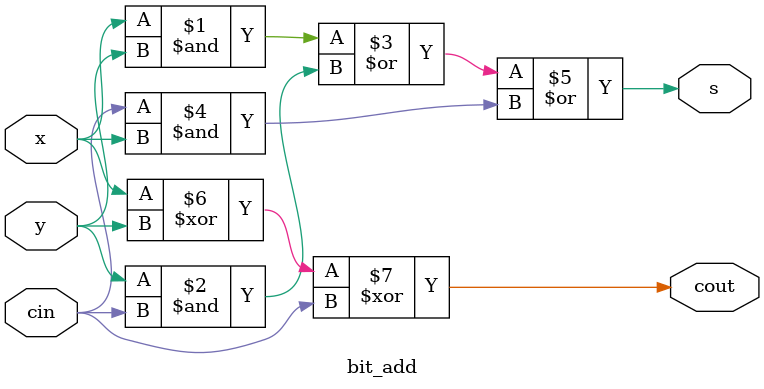
<source format=v>
module bit_add(input x,y, cin, output cout, s);
assign s=(x & y)|(y & cin)|(cin & x);
assign cout =x ^y ^ cin;
endmodule

</source>
